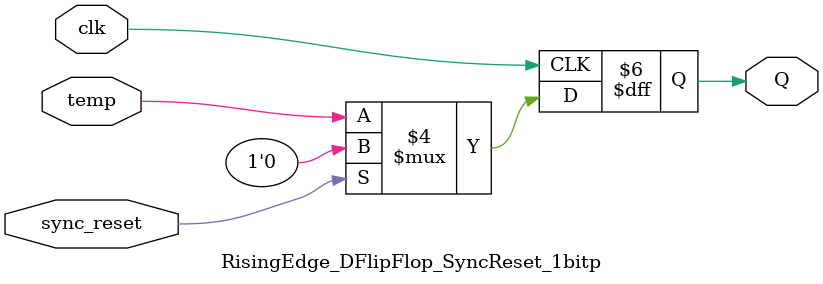
<source format=v>
`include "RecursiveDoubling.v"
`include "1s_complement.v"
`include "EightBitAdder.v"
`include "barrel_shifter.v"

module checknswap(input [31:0]operand1, input [31:0]operand2, output reg [31:0]new_operand1, output reg [31:0]new_operand2); 
	always @(operand1 | operand2)
	begin
        	if(operand2[30:0] > operand1[30:0])
        begin
            	new_operand2 = operand1;
            	new_operand1 = operand2;
        end
        else
        begin
            	new_operand1 = operand1;
            	new_operand2 = operand1;
        end
    end
endmodule

module IEEE754(input [31:0]operand, output sign, output [7:0]exponent, output [22:0]mantissa); 
    assign sign = operand[31];
    assign exponent = operand[30:23];
    assign mantissa = operand[22:0];
endmodule

module twos_complement_exponent(input [7:0]exponent, output [7:0]twos_complemented_exponent);
	assign twos_complemented_exponent = ~exponent + 1'b1;
endmodule

module modified_mantissa(input [7:0]exponent, input [22:0]mantissa, output [23:0]modified_mantissa);
	assign modified_mantissa = {|exponent, mantissa};
endmodule

/*module right_shifter(input [23:0]mantissa, input [7:0]D, output [23:0]shifted_mantissa);
    assign shifted_mantissa = mantissa>>D;
endmodule*/

module sign(input sign1, input sign2, output sign);
	assign sign = sign1^sign2;
endmodule

module ones_complement_mantissa(input [23:0]mantissa, input sign, output [23:0]ones_complemented_mantissa);
	assign ones_complemented_mantissa = {32{sign}}^mantissa;
endmodule

module SPFP_adder;

reg clk;

reg [31:0] operand1;
reg [31:0] operand2;

wire [31:0] new_operand1;
wire [31:0] new_operand2;

	checknswap cs1(operand1, operand2, new_operand1, new_operand2);

genvar j;
wire [31:0] sum;

wire [0:0] sign1, sign2;
wire [7:0] exponent1, exponent2, E1, E2;
wire [22:0] mantissa1, mantissa2, M1, M2;

reg [0:0] final_sign;
reg [7:0] final_exponent;
reg [22:0] final_mantissa, temporary;

wire [7:0] D; 
wire [7:0] T2;

	IEEE754 i1(new_operand1, sign1, exponent1, mantissa1);
	
	generate
	for(j = 0; j < 8; j = j+1)
	begin : pipeline1
		RisingEdge_DFlipFlop_SyncReset_1bitp r1(exponent1[j], clk, 1'b0, E1[j]);
	end
	endgenerate
	
	generate
	for(j = 0; j < 23; j = j+1)
	begin : pipeline1a
		RisingEdge_DFlipFlop_SyncReset_1bitp r1a(mantissa1[j], clk, 1'b0, M1[j]);
	end
	endgenerate
	
	IEEE754 i2(new_operand2, sign2, exponent2, mantissa2);
	
	generate
	for(j = 0; j < 8; j = j+1)
	begin : pipeline2
		RisingEdge_DFlipFlop_SyncReset_1bitp r2(exponent2[j], clk, 1'b0, E2[j]);
	end
	endgenerate
	
	generate
	for(j = 0; j < 23; j = j+1)
	begin : pipeline2a
		RisingEdge_DFlipFlop_SyncReset_1bitp r2a(mantissa2[j], clk, 1'b0, M2[j]);
	end
	endgenerate

wire [7:0] twos_complemented_exponent2;
wire [7:0] T1;
wire cout;
wire [22:0] shifted_mantissa;

	twos_complement_exponent t1(E2, twos_complemented_exponent2);
	
	generate
	for(j = 0; j < 8; j = j+1)
	begin : pipeline3
		RisingEdge_DFlipFlop_SyncReset_1bitp r3(twos_complemented_exponent2[j], clk, 1'b0, T1[j]);
	end
	endgenerate

	eight_bit_adder e1(E1, T1, 1'b0, D, cout);
	
	generate
	for(j = 0; j < 8; j = j+1)
	begin : pipeline4
		RisingEdge_DFlipFlop_SyncReset_1bitp r4(D[j], clk, 1'b0, T2[j]);
	end
	endgenerate

wire [23:0] modified_mantissa1, MM1, modified_mantissa2, MM2, shifted_mantissa2, SM2, ones_complemented_mantissa2, twos_complemented_mantissa2, TM2;
wire [31:0] finalmantissa2, FM2;
	
	modified_mantissa m1(E1, M1, modified_mantissa1);
	modified_mantissa m2(E2, M2, modified_mantissa2);

	//right_shifter rs(modified_mantissa2, D, shifted_mantissa2);
	barrelRight #(24,5) rs(modified_mantissa2, D, shifted_mantissa2);

wire sign; 
	sign s1(sign1, sign2, sign);

	ones_complement_mantissa oc1(shifted_mantissa2, sign, finalmantissa2);
	
	generate
	for(j = 0; j < 32; j = j+1)
	begin : pipeline5
		RisingEdge_DFlipFlop_SyncReset_1bitp r4(finalmantissa2[j], clk, 1'b0, FM2[j]);
	end
	endgenerate
	
	RecursiveDoubling r0(FM2, sign, clk, twos_complemented_mantissa2, cout);
	RecursiveDoubling r1(modified_mantissa1, twos_complemented_mantissa2, clk, sum, cout);

integer i =0;  

reg [31:0]out;

always @(sum) 
begin
	if(sum[24] == 1) 
        begin
            final_mantissa = sum[23:1];
            final_exponent = exponent1 + 1'b1;
        end
        else if(sum[23] == 0)
        begin
            i = 1;
            while(sum[23 - i] == 1'b0)
            begin
                i = i+1;
            end 
            final_exponent = final_exponent - i;
            temporary = sum[22:0];
            final_mantissa = temporary<<i;
        end
        else
        begin
            final_mantissa = sum[22:0];
            final_exponent = exponent1;
            final_sign = sign1;
        end
    end
    
always @ (final_exponent or final_mantissa)
begin
	if(&exponent1 == 1'b1 && |mantissa1 == 1'b0)
            out = {sign1,{8{1'b1}},23'b0};
        else
            out = {sign1,{8{|sum}} & final_exponent,final_mantissa};
end

always #1 clk = ~clk;
initial
    begin
    	clk = 1'b0;
        #10 operand1={1'b0,{8{1'b1}},23'b0}; operand2={1'b0,{7{1'b1}},24'b111011}; 
        #10 operand1={31'b0,1'b1}; operand2=32'b00111111110010100011110101110001;  
        #10 operand1 = 32'b11000001001000000000000000000000; operand2 = 32'b01000001001000000000000000000000;
        #20 operand1=32'b01000000110000000000000000000000; operand2=32'b01000000110000000000000000000000; 
        #10 operand1=32'b01000000100000000000000000000000; operand2=32'b01000000100000000000000000000000;
        #100 $finish;
    end
    initial
    begin
        $monitor($time," Operand1=%b Operand2=%b\tOUTPUT=%b\t\n",operand1,operand2,out);
end

endmodule

module RisingEdge_DFlipFlop_SyncReset_1bitp(temp,clk,sync_reset,Q);
	input temp; // Data input 
	input clk; // clock input 
	input sync_reset; // synchronous reset 
	output reg Q; // output Q 
	always @(posedge clk) 
	begin
 	if(sync_reset == 1'b1)
  		Q <= 1'b0; 
 	else 
  		Q <= temp; 
	end 
endmodule 

</source>
